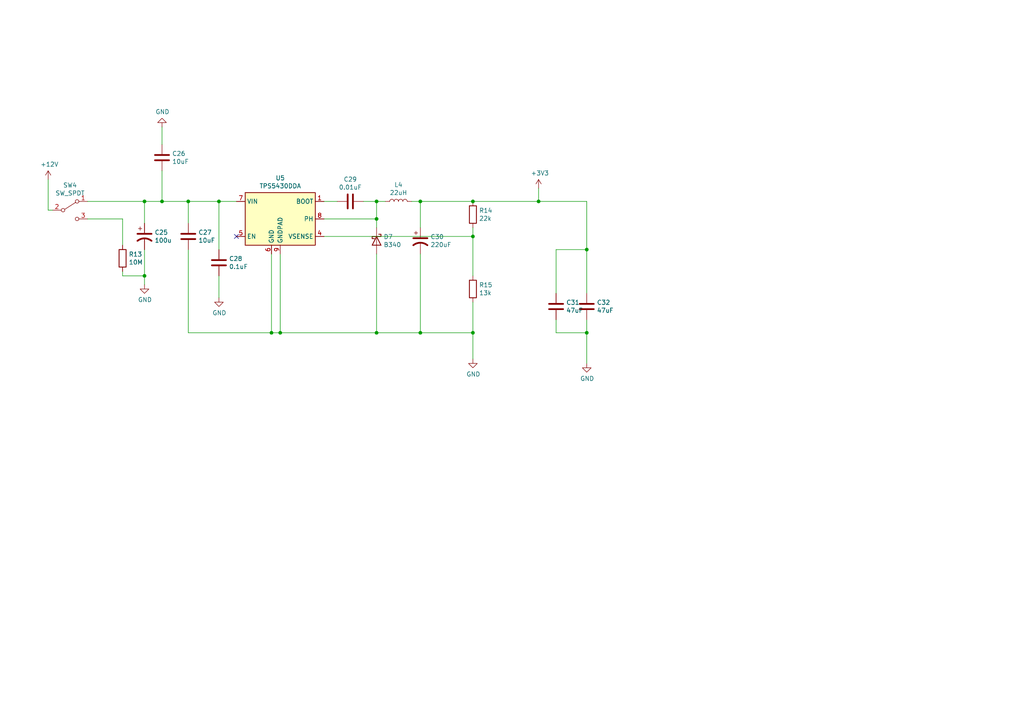
<source format=kicad_sch>
(kicad_sch (version 20230121) (generator eeschema)
  (paper "A4")
  (lib_symbols
    (symbol "Device:C" (pin_numbers hide) (pin_names (offset 0.254))
      (property "Reference" "C" (at 0.635 2.54 0))
      (property "Value" "C" (at 0.635 -2.54 0))
      (symbol "C_0_1"
        (polyline (pts (xy -2.032 -0.762) (xy 2.032 -0.762)) (stroke (width 0.508)))
        (polyline (pts (xy -2.032 0.762) (xy 2.032 0.762)) (stroke (width 0.508)))
      )
      (symbol "C_1_1"
        (pin passive line (at 0 3.81 270) (length 2.794) (name "~") (number "1"))
        (pin passive line (at 0 -3.81 90) (length 2.794) (name "~") (number "2"))
      )
    )
    (symbol "Device:L" (pin_numbers hide) (pin_names (offset 1.016) hide)
      (property "Reference" "L" (at -1.27 0 90))
      (property "Value" "L" (at 1.905 0 90))
      (symbol "L_0_1"
        (arc (start 0 -2.54) (mid 0.6323 -1.905) (end 0 -1.27))
        (arc (start 0 -1.27) (mid 0.6323 -0.635) (end 0 0))
        (arc (start 0 0) (mid 0.6323 0.635) (end 0 1.27))
        (arc (start 0 1.27) (mid 0.6323 1.905) (end 0 2.54))
      )
      (symbol "L_1_1"
        (pin passive line (at 0 3.81 270) (length 1.27) (name "1") (number "1"))
        (pin passive line (at 0 -3.81 90) (length 1.27) (name "2") (number "2"))
      )
    )
    (symbol "Device:R" (pin_numbers hide) (pin_names (offset 0))
      (property "Reference" "R" (at 2.032 0 90))
      (property "Value" "R" (at 0 0 90))
      (symbol "R_0_1"
        (rectangle (start -1.016 -2.54) (end 1.016 2.54) (stroke (width 0.254)))
      )
      (symbol "R_1_1"
        (pin passive line (at 0 3.81 270) (length 1.27) (name "~") (number "1"))
        (pin passive line (at 0 -3.81 90) (length 1.27) (name "~") (number "2"))
      )
    )
    (symbol "Diode:B340" (pin_numbers hide) (pin_names (offset 1.016) hide)
      (property "Reference" "D" (at 0 2.54 0))
      (property "Value" "B340" (at 0 -2.54 0))
      (symbol "B340_0_1"
        (polyline (pts (xy 1.27 0) (xy -1.27 0)))
        (polyline (pts (xy 1.27 1.27) (xy 1.27 -1.27) (xy -1.27 0) (xy 1.27 1.27)) (stroke (width 0.254)))
        (polyline (pts (xy -1.905 0.635) (xy -1.905 1.27) (xy -1.27 1.27) (xy -1.27 -1.27) (xy -0.635 -1.27) (xy -0.635 -0.635)) (stroke (width 0.254)))
      )
      (symbol "B340_1_1"
        (pin passive line (at -3.81 0 0) (length 2.54) (name "K") (number "1"))
        (pin passive line (at 3.81 0 180) (length 2.54) (name "A") (number "2"))
      )
    )
    (symbol "Regulator_Switching:TPS5430DDA"
      (property "Reference" "U" (at -10.16 8.89 0))
      (property "Value" "TPS5430DDA" (at -1.27 8.89 0))
      (symbol "TPS5430DDA_0_1"
        (rectangle (start -10.16 7.62) (end 10.16 -7.62) (stroke (width 0.254)) (fill (type background)))
      )
      (symbol "TPS5430DDA_1_1"
        (pin input line (at 12.7 5.08 180) (length 2.54) (name "BOOT") (number "1"))
        (pin no_connect line (at -10.16 2.54 0) (length 2.54) hide (name "NC") (number "2"))
        (pin no_connect line (at -10.16 -2.54 0) (length 2.54) hide (name "NC") (number "3"))
        (pin input line (at 12.7 -5.08 180) (length 2.54) (name "VSENSE") (number "4"))
        (pin input line (at -12.7 -5.08 0) (length 2.54) (name "EN") (number "5"))
        (pin power_in line (at -2.54 -10.16 90) (length 2.54) (name "GND") (number "6"))
        (pin power_in line (at -12.7 5.08 0) (length 2.54) (name "VIN") (number "7"))
        (pin output line (at 12.7 0 180) (length 2.54) (name "PH") (number "8"))
        (pin power_in line (at 0 -10.16 90) (length 2.54) (name "GNDPAD") (number "9"))
      )
    )
    (symbol "Switch:SW_SPDT" (pin_names (offset 0) hide)
      (property "Reference" "SW" (at 0 4.318 0))
      (property "Value" "SW_SPDT" (at 0 -5.08 0))
      (symbol "SW_SPDT_0_0"
        (circle (center -2.032 0) (radius 0.508))
        (circle (center 2.032 -2.54) (radius 0.508))
      )
      (symbol "SW_SPDT_0_1"
        (polyline (pts (xy -1.524 0.254) (xy 1.651 2.286)))
        (circle (center 2.032 2.54) (radius 0.508))
      )
      (symbol "SW_SPDT_1_1"
        (pin passive line (at 5.08 2.54 180) (length 2.54) (name "A") (number "1"))
        (pin passive line (at -5.08 0 0) (length 2.54) (name "B") (number "2"))
        (pin passive line (at 5.08 -2.54 180) (length 2.54) (name "C") (number "3"))
      )
    )
    (symbol "power:+12V" (power) (pin_names (offset 0))
      (property "Value" "+12V" (at 0 3.556 0))
      (symbol "+12V_0_1"
        (polyline (pts (xy -0.762 1.27) (xy 0 2.54)))
        (polyline (pts (xy 0 0) (xy 0 2.54)))
        (polyline (pts (xy 0 2.54) (xy 0.762 1.27)))
      )
      (symbol "+12V_1_1"
        (pin power_in line (at 0 0 90) (length 0) hide (name "+12V") (number "1"))
      )
    )
    (symbol "power:GND" (power) (pin_names (offset 0))
      (property "Value" "GND" (at 0 -3.81 0))
      (symbol "GND_0_1"
        (polyline (pts (xy 0 0) (xy 0 -1.27) (xy 1.27 -1.27) (xy 0 -2.54) (xy -1.27 -1.27) (xy 0 -1.27)))
      )
      (symbol "GND_1_1"
        (pin power_in line (at 0 0 270) (length 0) hide (name "GND") (number "1"))
      )
    )
    (symbol "tps61088-rescue:+3.3V-power" (power) (pin_names (offset 0))
      (property "Value" "+3.3V-power" (at 0 3.556 0))
      (symbol "+3.3V-power_0_1"
        (polyline (pts (xy -0.762 1.27) (xy 0 2.54)))
        (polyline (pts (xy 0 0) (xy 0 2.54)))
        (polyline (pts (xy 0 2.54) (xy 0.762 1.27)))
      )
      (symbol "+3.3V-power_1_1"
        (pin power_in line (at 0 0 90) (length 0) hide (name "+3V3") (number "1"))
      )
    )
    (symbol "tps61088-rescue:CP1-Device" (pin_numbers hide) (pin_names (offset 0.254) hide)
      (property "Reference" "C" (at 0.635 2.54 0))
      (property "Value" "CP1-Device" (at 0.635 -2.54 0))
      (symbol "CP1-Device_0_1"
        (polyline (pts (xy -2.032 0.762) (xy 2.032 0.762)) (stroke (width 0.508)))
        (polyline (pts (xy -1.778 2.286) (xy -0.762 2.286)))
        (polyline (pts (xy -1.27 1.778) (xy -1.27 2.794)))
        (arc (start 2.032 -1.27) (mid 0 -0.5572) (end -2.032 -1.27) (stroke (width 0.508)))
      )
      (symbol "CP1-Device_1_1"
        (pin passive line (at 0 3.81 270) (length 2.794) (name "~") (number "1"))
        (pin passive line (at 0 -3.81 90) (length 3.302) (name "~") (number "2"))
      )
    )
  )
  (junction (at 41.91 58.42))
  (junction (at 63.5 58.42))
  (junction (at 78.74 96.52))
  (junction (at 137.16 58.42))
  (junction (at 109.22 96.52))
  (junction (at 170.18 72.39))
  (junction (at 41.91 80.01))
  (junction (at 109.22 58.42))
  (junction (at 121.92 96.52))
  (junction (at 170.18 96.52))
  (junction (at 156.21 58.42))
  (junction (at 137.16 68.58))
  (junction (at 46.99 58.42))
  (junction (at 109.22 63.5))
  (junction (at 54.61 58.42))
  (junction (at 137.16 96.52))
  (junction (at 121.92 58.42))
  (junction (at 81.28 96.52))
  (no_connect (at 68.58 68.58))
  (wire (pts (xy 41.91 58.42) (xy 46.99 58.42)))
  (wire (pts (xy 81.28 73.66) (xy 81.28 96.52)))
  (wire (pts (xy 137.16 66.04) (xy 137.16 68.58)))
  (wire (pts (xy 25.4 58.42) (xy 41.91 58.42)))
  (wire (pts (xy 161.29 85.09) (xy 161.29 72.39)))
  (wire (pts (xy 35.56 63.5) (xy 25.4 63.5)))
  (wire (pts (xy 137.16 104.14) (xy 137.16 96.52)))
  (wire (pts (xy 46.99 49.53) (xy 46.99 58.42)))
  (wire (pts (xy 41.91 80.01) (xy 41.91 82.55)))
  (wire (pts (xy 13.97 60.96) (xy 15.24 60.96)))
  (wire (pts (xy 35.56 78.74) (xy 35.56 80.01)))
  (wire (pts (xy 81.28 96.52) (xy 109.22 96.52)))
  (wire (pts (xy 46.99 58.42) (xy 54.61 58.42)))
  (wire (pts (xy 121.92 73.66) (xy 121.92 96.52)))
  (wire (pts (xy 41.91 58.42) (xy 41.91 64.77)))
  (wire (pts (xy 63.5 58.42) (xy 63.5 72.39)))
  (wire (pts (xy 137.16 68.58) (xy 137.16 80.01)))
  (wire (pts (xy 109.22 63.5) (xy 109.22 58.42)))
  (wire (pts (xy 109.22 96.52) (xy 121.92 96.52)))
  (wire (pts (xy 161.29 72.39) (xy 170.18 72.39)))
  (wire (pts (xy 170.18 85.09) (xy 170.18 72.39)))
  (wire (pts (xy 35.56 80.01) (xy 41.91 80.01)))
  (wire (pts (xy 121.92 58.42) (xy 119.38 58.42)))
  (wire (pts (xy 170.18 58.42) (xy 156.21 58.42)))
  (wire (pts (xy 13.97 52.07) (xy 13.97 60.96)))
  (wire (pts (xy 78.74 73.66) (xy 78.74 96.52)))
  (wire (pts (xy 93.98 68.58) (xy 137.16 68.58)))
  (wire (pts (xy 121.92 66.04) (xy 121.92 58.42)))
  (wire (pts (xy 63.5 58.42) (xy 68.58 58.42)))
  (wire (pts (xy 93.98 63.5) (xy 109.22 63.5)))
  (wire (pts (xy 109.22 73.66) (xy 109.22 96.52)))
  (wire (pts (xy 137.16 96.52) (xy 121.92 96.52)))
  (wire (pts (xy 156.21 54.61) (xy 156.21 58.42)))
  (wire (pts (xy 35.56 63.5) (xy 35.56 71.12)))
  (wire (pts (xy 54.61 96.52) (xy 78.74 96.52)))
  (wire (pts (xy 54.61 58.42) (xy 54.61 64.77)))
  (wire (pts (xy 41.91 72.39) (xy 41.91 80.01)))
  (wire (pts (xy 161.29 92.71) (xy 161.29 96.52)))
  (wire (pts (xy 54.61 58.42) (xy 63.5 58.42)))
  (wire (pts (xy 97.79 58.42) (xy 93.98 58.42)))
  (wire (pts (xy 109.22 66.04) (xy 109.22 63.5)))
  (wire (pts (xy 54.61 72.39) (xy 54.61 96.52)))
  (wire (pts (xy 156.21 58.42) (xy 137.16 58.42)))
  (wire (pts (xy 170.18 72.39) (xy 170.18 58.42)))
  (wire (pts (xy 170.18 96.52) (xy 170.18 105.41)))
  (wire (pts (xy 109.22 58.42) (xy 111.76 58.42)))
  (wire (pts (xy 161.29 96.52) (xy 170.18 96.52)))
  (wire (pts (xy 46.99 36.83) (xy 46.99 41.91)))
  (wire (pts (xy 63.5 86.36) (xy 63.5 80.01)))
  (wire (pts (xy 170.18 92.71) (xy 170.18 96.52)))
  (wire (pts (xy 105.41 58.42) (xy 109.22 58.42)))
  (wire (pts (xy 137.16 87.63) (xy 137.16 96.52)))
  (wire (pts (xy 137.16 58.42) (xy 121.92 58.42)))
  (wire (pts (xy 78.74 96.52) (xy 81.28 96.52)))
  (symbol (lib_id "Regulator_Switching:TPS5430DDA") (at 81.28 63.5 0) (unit 1)
    (property "Reference" "U5" (at 81.28 51.6382 0))
    (property "Value" "TPS5430DDA" (at 81.28 53.9496 0))
    (property "Footprint" "Package_SO:TI_SO-PowerPAD-8_ThermalVias" (effects hide))
    (property "Datasheet" "http://www.ti.com/lit/ds/symlink/tps5430.pdf" (effects hide))
  )
  (symbol (lib_id "Diode:B340") (at 109.22 69.85 270) (unit 1)
    (property "Reference" "D7" (at 111.252 68.6816 90) (effects (justify left)))
    (property "Value" "B340" (at 111.252 70.993 90) (effects (justify left)))
    (property "Footprint" "Diode_SMD:D_SMA" (effects hide))
    (property "Datasheet" "http://www.jameco.com/Jameco/Products/ProdDS/1538777.pdf" (effects hide))
  )
  (symbol (lib_id "Device:R") (at 137.16 62.23 0) (unit 1)
    (property "Reference" "R14" (at 138.938 61.0616 0) (effects (justify left)))
    (property "Value" "22k" (at 138.938 63.373 0) (effects (justify left)))
    (property "Footprint" "Resistor_SMD:R_0402_1005Metric" (effects hide))
  )
  (symbol (lib_id "Device:C") (at 63.5 76.2 0) (unit 1)
    (property "Reference" "C28" (at 66.421 75.0316 0) (effects (justify left)))
    (property "Value" "0.1uF" (at 66.421 77.343 0) (effects (justify left)))
    (property "Footprint" "Capacitor_SMD:C_0402_1005Metric" (effects hide))
  )
  (symbol (lib_id "Device:C") (at 46.99 45.72 0) (unit 1)
    (property "Reference" "C26" (at 49.911 44.5516 0) (effects (justify left)))
    (property "Value" "10uF" (at 49.911 46.863 0) (effects (justify left)))
    (property "Footprint" "Capacitor_SMD:C_0603_1608Metric" (effects hide))
  )
  (symbol (lib_id "power:GND") (at 41.91 82.55 0) (unit 1)
    (property "Reference" "#PWR023" (effects hide))
    (property "Value" "GND" (at 42.037 86.9442 0))
  )
  (symbol (lib_id "power:GND") (at 46.99 36.83 0) (mirror x) (unit 1)
    (property "Reference" "#PWR024" (effects hide))
    (property "Value" "GND" (at 47.117 32.4358 0))
  )
  (symbol (lib_id "power:GND") (at 63.5 86.36 0) (unit 1)
    (property "Reference" "#PWR025" (effects hide))
    (property "Value" "GND" (at 63.627 90.7542 0))
  )
  (symbol (lib_id "power:GND") (at 137.16 104.14 0) (unit 1)
    (property "Reference" "#PWR026" (effects hide))
    (property "Value" "GND" (at 137.287 108.5342 0))
  )
  (symbol (lib_id "tps61088-rescue:CP1-Device") (at 121.92 69.85 0) (unit 1)
    (property "Reference" "C30" (at 124.841 68.6816 0) (effects (justify left)))
    (property "Value" "220uF" (at 124.841 70.993 0) (effects (justify left)))
    (property "Footprint" "Capacitor_THT:CP_Radial_D6.3mm_P2.50mm" (effects hide))
  )
  (symbol (lib_id "Device:C") (at 54.61 68.58 0) (unit 1)
    (property "Reference" "C27" (at 57.531 67.4116 0) (effects (justify left)))
    (property "Value" "10uF" (at 57.531 69.723 0) (effects (justify left)))
    (property "Footprint" "Capacitor_SMD:C_0603_1608Metric" (effects hide))
  )
  (symbol (lib_id "Device:C") (at 161.29 88.9 0) (unit 1)
    (property "Reference" "C31" (at 164.211 87.7316 0) (effects (justify left)))
    (property "Value" "47uF" (at 164.211 90.043 0) (effects (justify left)))
    (property "Footprint" "Capacitor_SMD:C_1206_3216Metric" (effects hide))
  )
  (symbol (lib_id "Device:C") (at 170.18 88.9 0) (unit 1)
    (property "Reference" "C32" (at 173.101 87.7316 0) (effects (justify left)))
    (property "Value" "47uF" (at 173.101 90.043 0) (effects (justify left)))
    (property "Footprint" "Capacitor_SMD:C_1206_3216Metric" (effects hide))
  )
  (symbol (lib_id "Device:L") (at 115.57 58.42 90) (unit 1)
    (property "Reference" "L4" (at 115.57 53.594 90))
    (property "Value" "22uH" (at 115.57 55.9054 90))
    (property "Footprint" "Inductor_SMD:L_7.3x7.3_H3.5" (effects hide))
  )
  (symbol (lib_id "tps61088-rescue:CP1-Device") (at 41.91 68.58 0) (unit 1)
    (property "Reference" "C25" (at 44.831 67.4116 0) (effects (justify left)))
    (property "Value" "100u" (at 44.831 69.723 0) (effects (justify left)))
    (property "Footprint" "Capacitor_THT:CP_Radial_D5.0mm_P2.00mm" (effects hide))
  )
  (symbol (lib_id "Device:C") (at 101.6 58.42 90) (unit 1)
    (property "Reference" "C29" (at 101.6 52.0192 90))
    (property "Value" "0.01uF" (at 101.6 54.3306 90))
    (property "Footprint" "Capacitor_SMD:C_0402_1005Metric" (effects hide))
  )
  (symbol (lib_id "Device:R") (at 137.16 83.82 0) (unit 1)
    (property "Reference" "R15" (at 138.938 82.6516 0) (effects (justify left)))
    (property "Value" "13k" (at 138.938 84.963 0) (effects (justify left)))
    (property "Footprint" "Resistor_SMD:R_0603_1608Metric" (effects hide))
  )
  (symbol (lib_id "power:GND") (at 170.18 105.41 0) (unit 1)
    (property "Reference" "#PWR028" (effects hide))
    (property "Value" "GND" (at 170.307 109.8042 0))
  )
  (symbol (lib_id "Device:R") (at 35.56 74.93 0) (unit 1)
    (property "Reference" "R13" (at 37.338 73.7616 0) (effects (justify left)))
    (property "Value" "10M" (at 37.338 76.073 0) (effects (justify left)))
    (property "Footprint" "Resistor_SMD:R_0402_1005Metric" (effects hide))
  )
  (symbol (lib_id "power:+12V") (at 13.97 52.07 0) (unit 1)
    (property "Reference" "#PWR022" (effects hide))
    (property "Value" "+12V" (at 14.351 47.6758 0))
  )
  (symbol (lib_id "Switch:SW_SPDT") (at 20.32 60.96 0) (unit 1)
    (property "Reference" "SW4" (at 20.32 53.721 0))
    (property "Value" "SW_SPDT" (at 20.32 56.0324 0))
    (property "Footprint" "Button_Switch_THT:SW_Slide_1P2T_CK_OS102011MS2Q" (effects hide))
  )
  (symbol (lib_id "tps61088-rescue:+3.3V-power") (at 156.21 54.61 0) (unit 1)
    (property "Reference" "#PWR0112" (effects hide))
    (property "Value" "+3.3V" (at 156.591 50.2158 0))
  )
)
</source>
